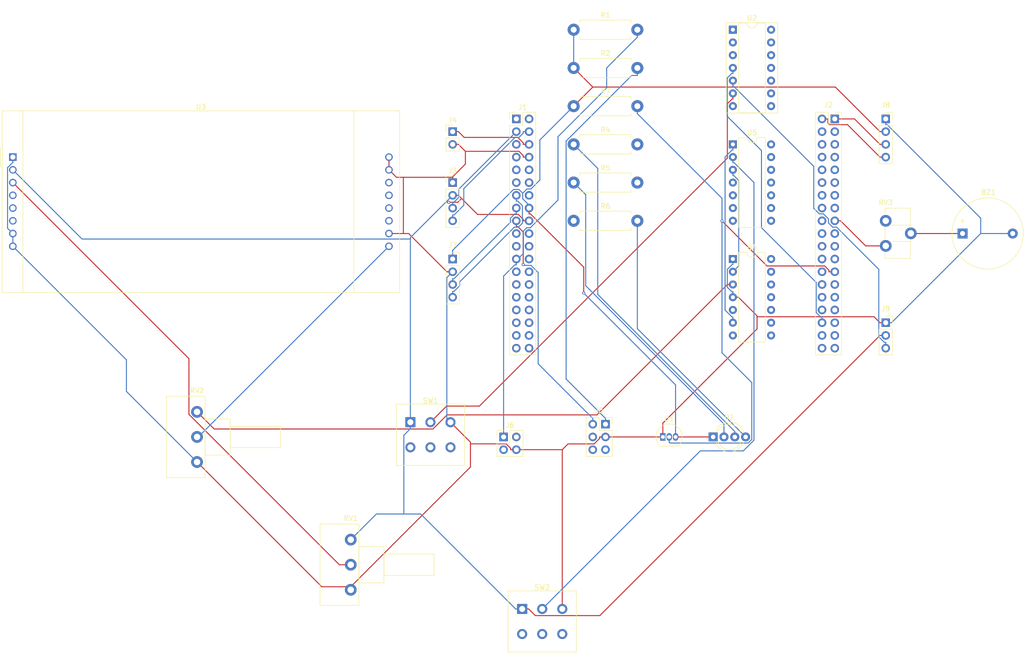
<source format=kicad_pcb>
(kicad_pcb (version 20240108) (generator "pcbnew") (generator_version "8.0")
  (layers (0 "F.Cu" signal) (31 "B.Cu" signal) (34 "B.Paste" user) (35 "F.Paste" user) (36 "B.SilkS" user "B.Silkscreen") (37 "F.SilkS" user "F.Silkscreen") (38 "B.Mask" user) (39 "F.Mask" user) (44 "Edge.Cuts" user))
  (net 0 "")
  (net 4 "GND")
  (net 12 "LED_CZERWONY")
  (net 17 "LCD_D5")
  (net 20 "Net-(BZ1-+)")
  (net 25 "C{slash}F")
  (net 26 "3V3")
  (net 32 "Net-(D1-RK)")
  (net 34 "Net-(D1-BK)")
  (net 38 "Net-(D1-GK)")
  (net 39 "LCD_D4")
  (net 40 "SCL_1")
  (net 42 "LCD_D6")
  (net 43 "LCD_RS")
  (net 50 "SDA_1")
  (net 58 "LCD_D7")
  (net 60 "LCD_ENABLE")
  (net 66 "GAS_TRIG")
  (net 71 "PMS_TX")
  (net 72 "PMS_RX")
  (net 73 "RES_NRST")
  (net 77 "Net-(J5-Pin_1)")
  (net 80 "BUZZER+")
  (net 81 "ONE_WIRE")
  (net 82 "SCL_2")
  (net 83 "SDA_2")
  (net 84 "LED_ZIELONY")
  (net 85 "LED_CZEROWNY")
  (net 86 "LED_NIEBIESKI")
  (net 87 "Net-(J9-Pin_3)")
  (net 88 "Net-(SW1-B)")
  (net 89 "Net-(U3-VO)")
  (net 90 "Net-(U3-K)")
  (net 91 "Net-(RV2-Pad3)")
  (net 92 "Net-(SW2-B)")
  (net 93 "Net-(U4-Pad2)")
  (net 94 "BRIGHT_COMP_OUT")
  (net 95 "5V")
  (net 96 "+5V")
  (net 98 "Net-(U4-Pad6)")
  (net 99 "VCC")
  (footprint "Connector_PinHeader_2.54mm:PinHeader_1x04_P2.54mm_Vertical" (layer "F.Cu") (at 139.7 63.5)
    (property "Reference" "J3")
    (property "Value" "PMS7003")
  )
  (footprint "Connector_PinSocket_2.54mm:PinSocket_2x03_P2.54mm_Vertical" (layer "F.Cu") (at 170.18 111.68)
    (property "Reference" "J5")
    (property "Value" "CELSIUS_FAHRENEIT_SWITCH")
  )
  (footprint "Resistor_THT:R_Axial_DIN0411_L9.9mm_D3.6mm_P12.70mm_Horizontal" (layer "F.Cu") (at 163.83 63.5)
    (property "Reference" "R5")
    (property "Value" "460")
  )
  (footprint "Display:NHD-0420H1Z" (layer "F.Cu") (at 52 58.42)
    (property "Reference" "U3")
    (property "Value" "HD44780")
  )
  (footprint "Package_DIP:DIP-14_W7.62mm" (layer "F.Cu") (at 195.58 55.88)
    (property "Reference" "U5")
    (property "Value" "4071")
  )
  (footprint "Connector_PinSocket_2.54mm:PinSocket_1x03_P2.54mm_Vertical" (layer "F.Cu") (at 226.06 91.44)
    (property "Reference" "J9")
    (property "Value" "MQ-2")
  )
  (footprint "Potentiometer_THT:Potentiometer_Piher_T-16H_Single_Horizontal" (layer "F.Cu") (at 88.73 119.22)
    (property "Reference" "RV2")
    (property "Value" "100k")
  )
  (footprint "Package_TO_SOT_THT:TO-92_Inline" (layer "F.Cu") (at 181.61 114.22)
    (property "Reference" "U1")
    (property "Value" "DS18B20")
  )
  (footprint "Buzzer_Beeper:Buzzer_D14mm_H7mm_P10mm" (layer "F.Cu") (at 241.38 73.66)
    (property "Reference" "BZ1")
    (property "Value" "Buzzer")
  )
  (footprint "Resistor_THT:R_Axial_DIN0411_L9.9mm_D3.6mm_P12.70mm_Horizontal" (layer "F.Cu") (at 163.83 55.88)
    (property "Reference" "R4")
    (property "Value" "460")
  )
  (footprint "Package_DIP:DIP-14_W7.62mm_Socket" (layer "F.Cu") (at 195.58 33.015)
    (property "Reference" "U2")
    (property "Value" "4081")
  )
  (footprint "Connector_PinHeader_2.54mm:PinHeader_2x02_P2.54mm_Vertical" (layer "F.Cu") (at 149.86 114.22)
    (property "Reference" "J6")
    (property "Value" "RESET_TACT_SWITCH")
  )
  (footprint "Connector_PinHeader_2.54mm:PinHeader_1x02_P2.54mm_Vertical" (layer "F.Cu") (at 139.7 53.34)
    (property "Reference" "J4")
    (property "Value" "złącze zasilania")
  )
  (footprint "Resistor_THT:R_Axial_DIN0411_L9.9mm_D3.6mm_P12.70mm_Horizontal" (layer "F.Cu") (at 163.83 33.02)
    (property "Reference" "R1")
    (property "Value" "47k")
  )
  (footprint "Resistor_THT:R_Axial_DIN0411_L9.9mm_D3.6mm_P12.70mm_Horizontal" (layer "F.Cu") (at 163.83 48.26)
    (property "Reference" "R7")
    (property "Value" "4k7")
  )
  (footprint "Connector_PinSocket_2.54mm:PinSocket_1x04_P2.54mm_Vertical" (layer "F.Cu") (at 139.7 78.74)
    (property "Reference" "J7")
    (property "Value" "LPS25HB")
  )
  (footprint "Connector_PinSocket_2.54mm:PinSocket_2x19_P2.54mm_Vertical" (layer "F.Cu") (at 215.9 50.8)
    (property "Reference" "J2")
    (property "Value" "ST_MORPHO_PRAWA")
  )
  (footprint "Resistor_THT:R_Axial_DIN0411_L9.9mm_D3.6mm_P12.70mm_Horizontal" (layer "F.Cu") (at 163.83 71.12)
    (property "Reference" "R6")
    (property "Value" "460")
  )
  (footprint "Resistor_THT:R_Axial_DIN0411_L9.9mm_D3.6mm_P12.70mm_Horizontal" (layer "F.Cu") (at 163.83 40.64)
    (property "Reference" "R2")
    (property "Value" "47k")
  )
  (footprint "Potentiometer_THT:Potentiometer_Piher_T-16H_Single_Horizontal" (layer "F.Cu") (at 119.38 144.7)
    (property "Reference" "RV1")
    (property "Value" "100k")
  )
  (footprint "Button_Switch_THT:SW_PUSH_E-Switch_FS5700DP_DPDT" (layer "F.Cu") (at 131.27 111.285)
    (property "Reference" "SW1")
    (property "Value" "SW_SPDT")
  )
  (footprint "Connector_PinSocket_2.54mm:PinSocket_1x04_P2.54mm_Vertical" (layer "F.Cu") (at 226.06 50.8)
    (property "Reference" "J8")
    (property "Value" "SHT35")
  )
  (footprint "Package_DIP:DIP-14_W7.62mm" (layer "F.Cu") (at 195.58 78.74)
    (property "Reference" "U4")
    (property "Value" "74AHCT125")
  )
  (footprint "Connector_PinHeader_2.54mm:PinHeader_2x19_P2.54mm_Vertical" (layer "F.Cu") (at 152.4 50.8)
    (property "Reference" "J1")
    (property "Value" "ST_MORPHO_LEWA")
  )
  (footprint "LED_THT:LED_D5.0mm-4_RGB_Wide_Pins" (layer "F.Cu") (at 191.643 114.22)
    (property "Reference" "D1")
    (property "Value" "DIODA_STATUSU")
  )
  (footprint "Button_Switch_THT:SW_PUSH_E-Switch_FS5700DP_DPDT" (layer "F.Cu") (at 153.56 148.52)
    (property "Reference" "SW2")
    (property "Value" "SW_SPDT")
  )
  (footprint "Potentiometer_THT:Potentiometer_ACP_CA9-H5_Horizontal" (layer "F.Cu") (at 226.06 71.12)
    (property "Reference" "RV3")
    (property "Value" "200")
  )
  (segment (start 152.4 116.76) (end 161.56 116.76) (width 0.2) (layer "F.Cu") (net 4))
  (segment (start 151.248 116.76) (end 152.4 116.76) (width 0.2) (layer "F.Cu") (net 4))
  (segment (start 130.928 73.66) (end 129.875 73.66) (width 0.2) (layer "F.Cu") (net 4))
  (segment (start 153.788 58.42) (end 153.788 58.132) (width 0.2) (layer "F.Cu") (net 4))
  (segment (start 139.7 62.4498) (end 129.875 62.4498) (width 0.2) (layer "F.Cu") (net 4))
  (segment (start 152.925 57.2683) (end 142.24 57.2683) (width 0.2) (layer "F.Cu") (net 4))
  (segment (start 139.7 81.28) (end 138.548 81.28) (width 0.2) (layer "F.Cu") (net 4))
  (segment (start 129.875 73.66) (end 129.875 62.4498) (width 0.2) (layer "F.Cu") (net 4))
  (segment (start 129.875 73.66) (end 127 73.66) (width 0.2) (layer "F.Cu") (net 4))
  (segment (start 181.61 114.22) (end 170.18 114.22) (width 0.2) (layer "F.Cu") (net 4))
  (segment (start 200.405 90.2532) (end 200.405 90.0837) (width 0.2) (layer "F.Cu") (net 4))
  (segment (start 113.6 144.09) (end 88.73 119.22) (width 0.2) (layer "F.Cu") (net 4))
  (segment (start 142.24 57.2683) (end 140.852 55.88) (width 0.2) (layer "F.Cu") (net 4))
  (segment (start 154.94 58.42) (end 153.788 58.42) (width 0.2) (layer "F.Cu") (net 4))
  (segment (start 150.354 115.597) (end 151.248 116.492) (width 0.2) (layer "F.Cu") (net 4))
  (segment (start 169.028 114.488) (end 167.908 115.608) (width 0.2) (layer "F.Cu") (net 4))
  (segment (start 161.56 116.76) (end 161.56 148.52) (width 0.2) (layer "F.Cu") (net 4))
  (segment (start 226.06 91.44) (end 224.908 91.44) (width 0.2) (layer "F.Cu") (net 4))
  (segment (start 127 60.96) (end 127 58.42) (width 0.2) (layer "F.Cu") (net 4))
  (segment (start 169.028 114.22) (end 169.028 114.488) (width 0.2) (layer "F.Cu") (net 4))
  (segment (start 143.249 115.597) (end 150.354 115.597) (width 0.2) (layer "F.Cu") (net 4))
  (segment (start 200.405 90.0837) (end 196.682 86.36) (width 0.2) (layer "F.Cu") (net 4))
  (segment (start 143.249 115.597) (end 143.249 120.221) (width 0.2) (layer "F.Cu") (net 4))
  (segment (start 200.405 92.6787) (end 200.405 90.2532) (width 0.2) (layer "F.Cu") (net 4))
  (segment (start 139.7 63.5) (end 139.7 62.4498) (width 0.2) (layer "F.Cu") (net 4))
  (segment (start 138.548 81.28) (end 130.928 73.66) (width 0.2) (layer "F.Cu") (net 4))
  (segment (start 129.875 62.4498) (end 128.49 62.4498) (width 0.2) (layer "F.Cu") (net 4))
  (segment (start 128.49 62.4498) (end 127 60.96) (width 0.2) (layer "F.Cu") (net 4))
  (segment (start 224.908 91.44) (end 223.722 90.2532) (width 0.2) (layer "F.Cu") (net 4))
  (segment (start 170.18 114.22) (end 169.028 114.22) (width 0.2) (layer "F.Cu") (net 4))
  (segment (start 181.61 114.22) (end 181.61 111.474) (width 0.2) (layer "F.Cu") (net 4))
  (segment (start 139.7 62.3483) (end 142.24 59.8083) (width 0.2) (layer "F.Cu") (net 4))
  (segment (start 119.38 144.7) (end 119.38 144.09) (width 0.2) (layer "F.Cu") (net 4))
  (segment (start 139.7 62.4498) (end 139.7 62.3483) (width 0.2) (layer "F.Cu") (net 4))
  (segment (start 196.682 86.36) (end 195.58 86.36) (width 0.2) (layer "F.Cu") (net 4))
  (segment (start 162.712 115.608) (end 161.56 116.76) (width 0.2) (layer "F.Cu") (net 4))
  (segment (start 181.61 111.474) (end 200.405 92.6787) (width 0.2) (layer "F.Cu") (net 4))
  (segment (start 143.249 120.221) (end 119.38 144.09) (width 0.2) (layer "F.Cu") (net 4))
  (segment (start 143.249 115.264) (end 143.249 115.597) (width 0.2) (layer "F.Cu") (net 4))
  (segment (start 119.38 144.09) (end 113.6 144.09) (width 0.2) (layer "F.Cu") (net 4))
  (segment (start 140.852 55.88) (end 139.7 55.88) (width 0.2) (layer "F.Cu") (net 4))
  (segment (start 139.27 111.285) (end 143.249 115.264) (width 0.2) (layer "F.Cu") (net 4))
  (segment (start 142.24 59.8083) (end 142.24 57.2683) (width 0.2) (layer "F.Cu") (net 4))
  (segment (start 167.908 115.608) (end 162.712 115.608) (width 0.2) (layer "F.Cu") (net 4))
  (segment (start 223.722 90.2532) (end 200.405 90.2532) (width 0.2) (layer "F.Cu") (net 4))
  (segment (start 151.248 116.492) (end 151.248 116.76) (width 0.2) (layer "F.Cu") (net 4))
  (segment (start 153.788 58.132) (end 152.925 57.2683) (width 0.2) (layer "F.Cu") (net 4))
  (segment (start 226.06 50.8) (end 226.06 51.9517) (width 0.2) (layer "B.Cu") (net 4))
  (segment (start 195.442 79.8417) (end 195.58 79.8417) (width 0.2) (layer "B.Cu") (net 4))
  (segment (start 74.6476 98.8476) (end 74.6476 105.138) (width 0.2) (layer "B.Cu") (net 4))
  (segment (start 226.06 51.9517) (end 226.348 51.9517) (width 0.2) (layer "B.Cu") (net 4))
  (segment (start 194.475 80.8093) (end 195.442 79.8417) (width 0.2) (layer "B.Cu") (net 4))
  (segment (start 244.992 73.66) (end 251.38 73.66) (width 0.2) (layer "B.Cu") (net 4))
  (segment (start 195.58 79.8417) (end 195.58 78.74) (width 0.2) (layer "B.Cu") (net 4))
  (segment (start 244.992 70.5955) (end 244.992 73.66) (width 0.2) (layer "B.Cu") (net 4))
  (segment (start 50.9483 60.5234) (end 52 59.4717) (width 0.2) (layer "B.Cu") (net 4))
  (segment (start 226.06 91.44) (end 227.212 91.44) (width 0.2) (layer "B.Cu") (net 4))
  (segment (start 139.7 81.28) (end 138.538 82.4421) (width 0.2) (layer "B.Cu") (net 4))
  (segment (start 195.352 85.2583) (end 194.475 84.3813) (width 0.2) (layer "B.Cu") (net 4))
  (segment (start 74.6476 105.138) (end 88.73 119.22) (width 0.2) (layer "B.Cu") (net 4))
  (segment (start 52 76.2) (end 74.6476 98.8476) (width 0.2) (layer "B.Cu") (net 4))
  (segment (start 138.538 110.553) (end 139.27 111.285) (width 0.2) (layer "B.Cu") (net 4))
  (segment (start 52 73.66) (end 50.9483 72.6083) (width 0.2) (layer "B.Cu") (net 4))
  (segment (start 138.538 82.4421) (end 138.538 110.553) (width 0.2) (layer "B.Cu") (net 4))
  (segment (start 195.58 85.2583) (end 195.352 85.2583) (width 0.2) (layer "B.Cu") (net 4))
  (segment (start 52 59.4717) (end 52 58.42) (width 0.2) (layer "B.Cu") (net 4))
  (segment (start 50.9483 72.6083) (end 50.9483 60.5234) (width 0.2) (layer "B.Cu") (net 4))
  (segment (start 195.58 86.36) (end 195.58 85.2583) (width 0.2) (layer "B.Cu") (net 4))
  (segment (start 226.348 51.9517) (end 244.992 70.5955) (width 0.2) (layer "B.Cu") (net 4))
  (segment (start 52 76.2) (end 52 73.66) (width 0.2) (layer "B.Cu") (net 4))
  (segment (start 227.212 91.44) (end 244.992 73.66) (width 0.2) (layer "B.Cu") (net 4))
  (segment (start 194.475 84.3813) (end 194.475 80.8093) (width 0.2) (layer "B.Cu") (net 4))
  (segment (start 231.1 73.66) (end 231.06 73.62) (width 0.2) (layer "F.Cu") (net 20))
  (segment (start 241.38 73.66) (end 231.1 73.66) (width 0.2) (layer "F.Cu") (net 20))
  (segment (start 152.4 71.12) (end 152.4 72.2717) (width 0.2) (layer "F.Cu") (net 25))
  (segment (start 152.4 72.2717) (end 152.688 72.2717) (width 0.2) (layer "F.Cu") (net 25))
  (segment (start 152.688 72.2717) (end 153.775 73.3584) (width 0.2) (layer "F.Cu") (net 25))
  (segment (start 153.775 73.3584) (end 153.775 79.8507) (width 0.2) (layer "F.Cu") (net 25))
  (via (at 153.775 79.8507) (size 0.6) (drill 0.3) (layers "F.Cu" "B.Cu") (net 25))
  (segment (start 156.756 81.4423) (end 155.324 80.01) (width 0.2) (layer "B.Cu") (net 25))
  (segment (start 167.64 110.528) (end 156.756 99.6443) (width 0.2) (layer "B.Cu") (net 25))
  (segment (start 167.64 111.68) (end 167.64 110.528) (width 0.2) (layer "B.Cu") (net 25))
  (segment (start 156.756 99.6443) (end 156.756 81.4423) (width 0.2) (layer "B.Cu") (net 25))
  (segment (start 155.324 80.01) (end 153.934 80.01) (width 0.2) (layer "B.Cu") (net 25))
  (segment (start 153.934 80.01) (end 153.775 79.8507) (width 0.2) (layer "B.Cu") (net 25))
  (segment (start 155.208 69.7317) (end 165.832 80.3548) (width 0.2) (layer "F.Cu") (net 26))
  (segment (start 167.635 44.445) (end 163.83 40.64) (width 0.2) (layer "F.Cu") (net 26))
  (segment (start 224.908 53.34) (end 226.06 53.34) (width 0.2) (layer "F.Cu") (net 26))
  (segment (start 167.635 44.455) (end 167.635 44.445) (width 0.2) (layer "F.Cu") (net 26))
  (segment (start 191.643 114.22) (end 184.15 114.22) (width 0.2) (layer "F.Cu") (net 26))
  (segment (start 216.023 44.455) (end 224.908 53.34) (width 0.2) (layer "F.Cu") (net 26))
  (segment (start 165.832 80.3548) (end 165.832 85.5248) (width 0.2) (layer "F.Cu") (net 26))
  (segment (start 163.83 48.26) (end 167.635 44.455) (width 0.2) (layer "F.Cu") (net 26))
  (segment (start 167.635 44.455) (end 216.023 44.455) (width 0.2) (layer "F.Cu") (net 26))
  (segment (start 154.94 69.7317) (end 155.208 69.7317) (width 0.2) (layer "F.Cu") (net 26))
  (segment (start 154.94 68.58) (end 154.94 69.7317) (width 0.2) (layer "F.Cu") (net 26))
  (via (at 165.832 85.5248) (size 0.6) (drill 0.3) (layers "F.Cu" "B.Cu") (net 26))
  (segment (start 154.94 68.0041) (end 153.67 66.7341) (width 0.2) (layer "B.Cu") (net 26))
  (segment (start 151.833 64.8765) (end 139.7 77.0097) (width 0.2) (layer "B.Cu") (net 26))
  (segment (start 155.318 64.77) (end 154.522 64.77) (width 0.2) (layer "B.Cu") (net 26))
  (segment (start 163.83 48.26) (end 157.087 55.0027) (width 0.2) (layer "B.Cu") (net 26))
  (segment (start 139.7 77.0097) (end 139.7 78.74) (width 0.2) (layer "B.Cu") (net 26))
  (segment (start 163.83 40.64) (end 163.83 33.02) (width 0.2) (layer "B.Cu") (net 26))
  (segment (start 157.087 55.0027) (end 157.087 63.0009) (width 0.2) (layer "B.Cu") (net 26))
  (segment (start 157.087 63.0009) (end 155.318 64.77) (width 0.2) (layer "B.Cu") (net 26))
  (segment (start 152.925 64.8765) (end 151.833 64.8765) (width 0.2) (layer "B.Cu") (net 26))
  (segment (start 153.67 65.6217) (end 152.925 64.8765) (width 0.2) (layer "B.Cu") (net 26))
  (segment (start 184.15 114.22) (end 184.15 103.843) (width 0.2) (layer "B.Cu") (net 26))
  (segment (start 153.67 66.7341) (end 153.67 65.6217) (width 0.2) (layer "B.Cu") (net 26))
  (segment (start 154.522 64.77) (end 153.67 65.6217) (width 0.2) (layer "B.Cu") (net 26))
  (segment (start 154.94 68.58) (end 154.94 68.0041) (width 0.2) (layer "B.Cu") (net 26))
  (segment (start 184.15 103.843) (end 165.832 85.5248) (width 0.2) (layer "B.Cu") (net 26))
  (segment (start 166.229 84.0615) (end 166.229 65.899) (width 0.2) (layer "B.Cu") (net 32))
  (segment (start 193.802 111.634) (end 166.229 84.0615) (width 0.2) (layer "B.Cu") (net 32))
  (segment (start 166.229 65.899) (end 163.83 63.5) (width 0.2) (layer "B.Cu") (net 32))
  (segment (start 193.802 114.22) (end 193.802 111.634) (width 0.2) (layer "B.Cu") (net 32))
  (segment (start 176.53 92.63) (end 176.53 71.12) (width 0.2) (layer "B.Cu") (net 34))
  (segment (start 198.12 114.22) (end 176.53 92.63) (width 0.2) (layer "B.Cu") (net 34))
  (segment (start 195.961 113.127) (end 168.63 85.7964) (width 0.2) (layer "B.Cu") (net 38))
  (segment (start 168.63 60.68) (end 163.83 55.88) (width 0.2) (layer "B.Cu") (net 38))
  (segment (start 168.63 85.7964) (end 168.63 60.68) (width 0.2) (layer "B.Cu") (net 38))
  (segment (start 195.961 114.22) (end 195.961 113.127) (width 0.2) (layer "B.Cu") (net 38))
  (segment (start 139.7 85.2083) (end 139.968 85.2083) (width 0.2) (layer "B.Cu") (net 40))
  (segment (start 139.968 85.2083) (end 141.09 84.087) (width 0.2) (layer "B.Cu") (net 40))
  (segment (start 152.4 67.1917) (end 152.4 66.04) (width 0.2) (layer "B.Cu") (net 40))
  (segment (start 139.7 86.36) (end 139.7 85.2083) (width 0.2) (layer "B.Cu") (net 40))
  (segment (start 152.003 72.39) (end 152.818 72.39) (width 0.2) (layer "B.Cu") (net 40))
  (segment (start 141.09 83.3034) (end 152.003 72.39) (width 0.2) (layer "B.Cu") (net 40))
  (segment (start 141.09 84.087) (end 141.09 83.3034) (width 0.2) (layer "B.Cu") (net 40))
  (segment (start 152.688 67.1917) (end 152.4 67.1917) (width 0.2) (layer "B.Cu") (net 40))
  (segment (start 153.61 71.5982) (end 153.61 68.1139) (width 0.2) (layer "B.Cu") (net 40))
  (segment (start 153.61 68.1139) (end 152.688 67.1917) (width 0.2) (layer "B.Cu") (net 40))
  (segment (start 152.818 72.39) (end 153.61 71.5982) (width 0.2) (layer "B.Cu") (net 40))
  (segment (start 139.7 82.6683) (end 139.968 82.6683) (width 0.2) (layer "B.Cu") (net 50))
  (segment (start 151.248 70.5954) (end 152.112 69.7317) (width 0.2) (layer "B.Cu") (net 50))
  (segment (start 152.4 69.7317) (end 152.4 68.58) (width 0.2) (layer "B.Cu") (net 50))
  (segment (start 139.968 82.6683) (end 151.248 71.3885) (width 0.2) (layer "B.Cu") (net 50))
  (segment (start 151.248 71.3885) (end 151.248 70.5954) (width 0.2) (layer "B.Cu") (net 50))
  (segment (start 152.112 69.7317) (end 152.4 69.7317) (width 0.2) (layer "B.Cu") (net 50))
  (segment (start 139.7 83.82) (end 139.7 82.6683) (width 0.2) (layer "B.Cu") (net 50))
  (segment (start 201.283 72.4948) (end 212.208 83.42) (width 0.2) (layer "B.Cu") (net 66))
  (segment (start 195.352 41.7367) (end 194.469 42.6194) (width 0.2) (layer "B.Cu") (net 66))
  (segment (start 195.58 41.7367) (end 195.352 41.7367) (width 0.2) (layer "B.Cu") (net 66))
  (segment (start 212.208 89.4246) (end 213.072 90.2883) (width 0.2) (layer "B.Cu") (net 66))
  (segment (start 212.208 83.42) (end 212.208 89.4246) (width 0.2) (layer "B.Cu") (net 66))
  (segment (start 213.36 90.2883) (end 213.36 91.44) (width 0.2) (layer "B.Cu") (net 66))
  (segment (start 194.469 50.3051) (end 201.283 57.1192) (width 0.2) (layer "B.Cu") (net 66))
  (segment (start 213.072 90.2883) (end 213.36 90.2883) (width 0.2) (layer "B.Cu") (net 66))
  (segment (start 195.58 40.635) (end 195.58 41.7367) (width 0.2) (layer "B.Cu") (net 66))
  (segment (start 201.283 57.1192) (end 201.283 72.4948) (width 0.2) (layer "B.Cu") (net 66))
  (segment (start 194.469 42.6194) (end 194.469 50.3051) (width 0.2) (layer "B.Cu") (net 66))
  (segment (start 139.968 69.9683) (end 141.918 68.0191) (width 0.2) (layer "B.Cu") (net 71))
  (segment (start 152.134 54.4917) (end 152.925 54.4917) (width 0.2) (layer "B.Cu") (net 71))
  (segment (start 153.788 53.628) (end 153.788 53.34) (width 0.2) (layer "B.Cu") (net 71))
  (segment (start 139.7 69.9683) (end 139.968 69.9683) (width 0.2) (layer "B.Cu") (net 71))
  (segment (start 141.918 68.0191) (end 141.918 64.7084) (width 0.2) (layer "B.Cu") (net 71))
  (segment (start 141.918 64.7084) (end 152.134 54.4917) (width 0.2) (layer "B.Cu") (net 71))
  (segment (start 139.7 71.12) (end 139.7 69.9683) (width 0.2) (layer "B.Cu") (net 71))
  (segment (start 153.788 53.34) (end 154.94 53.34) (width 0.2) (layer "B.Cu") (net 71))
  (segment (start 152.925 54.4917) (end 153.788 53.628) (width 0.2) (layer "B.Cu") (net 71))
  (segment (start 140.948 64.7915) (end 140.948 66.4203) (width 0.2) (layer "B.Cu") (net 72))
  (segment (start 152.4 53.34) (end 140.948 64.7915) (width 0.2) (layer "B.Cu") (net 72))
  (segment (start 139.94 67.4283) (end 139.7 67.4283) (width 0.2) (layer "B.Cu") (net 72))
  (segment (start 140.948 66.4203) (end 139.94 67.4283) (width 0.2) (layer "B.Cu") (net 72))
  (segment (start 139.7 67.4283) (end 139.7 68.58) (width 0.2) (layer "B.Cu") (net 72))
  (segment (start 176.53 34.5217) (end 170.41 40.6415) (width 0.2) (layer "B.Cu") (net 73))
  (segment (start 152.4 78.74) (end 152.4 79.0412) (width 0.2) (layer "B.Cu") (net 73))
  (segment (start 170.41 40.6415) (end 170.41 44.6382) (width 0.2) (layer "B.Cu") (net 73))
  (segment (start 153.788 77.6529) (end 152.4 79.0412) (width 0.2) (layer "B.Cu") (net 73))
  (segment (start 152.112 79.8917) (end 149.86 82.1438) (width 0.2) (layer "B.Cu") (net 73))
  (segment (start 152.4 79.8917) (end 152.112 79.8917) (width 0.2) (layer "B.Cu") (net 73))
  (segment (start 170.41 44.6382) (end 160.706 54.3426) (width 0.2) (layer "B.Cu") (net 73))
  (segment (start 153.788 73.1829) (end 153.788 77.6529) (width 0.2) (layer "B.Cu") (net 73))
  (segment (start 154.463 72.5083) (end 153.788 73.1829) (width 0.2) (layer "B.Cu") (net 73))
  (segment (start 155.183 72.5083) (end 154.463 72.5083) (width 0.2) (layer "B.Cu") (net 73))
  (segment (start 176.53 33.02) (end 176.53 34.5217) (width 0.2) (layer "B.Cu") (net 73))
  (segment (start 160.706 66.9852) (end 155.183 72.5083) (width 0.2) (layer "B.Cu") (net 73))
  (segment (start 160.706 54.3426) (end 160.706 66.9852) (width 0.2) (layer "B.Cu") (net 73))
  (segment (start 152.4 79.0412) (end 152.4 79.8917) (width 0.2) (layer "B.Cu") (net 73))
  (segment (start 149.86 82.1438) (end 149.86 114.22) (width 0.2) (layer "B.Cu") (net 73))
  (segment (start 176.53 42.1417) (end 176.53 40.64) (width 0.2) (layer "B.Cu") (net 77))
  (segment (start 170.18 110.528) (end 162.328 102.677) (width 0.2) (layer "B.Cu") (net 77))
  (segment (start 175.404 42.1417) (end 176.53 42.1417) (width 0.2) (layer "B.Cu") (net 77))
  (segment (start 162.328 102.677) (end 162.328 55.2171) (width 0.2) (layer "B.Cu") (net 77))
  (segment (start 170.18 111.68) (end 170.18 110.528) (width 0.2) (layer "B.Cu") (net 77))
  (segment (start 162.328 55.2171) (end 175.404 42.1417) (width 0.2) (layer "B.Cu") (net 77))
  (segment (start 222.052 76.12) (end 226.06 76.12) (width 0.2) (layer "F.Cu") (net 80))
  (segment (start 215.9 71.12) (end 217.052 71.12) (width 0.2) (layer "F.Cu") (net 80))
  (segment (start 217.052 71.12) (end 222.052 76.12) (width 0.2) (layer "F.Cu") (net 80))
  (segment (start 214.748 81.28) (end 214.748 80.992) (width 0.2) (layer "F.Cu") (net 81))
  (segment (start 215.9 81.28) (end 214.748 81.28) (width 0.2) (layer "F.Cu") (net 81))
  (segment (start 213.885 80.1283) (end 202.382 80.1283) (width 0.2) (layer "F.Cu") (net 81))
  (segment (start 202.382 80.1283) (end 193.406 71.152) (width 0.2) (layer "F.Cu") (net 81))
  (segment (start 214.748 80.992) (end 213.885 80.1283) (width 0.2) (layer "F.Cu") (net 81))
  (via (at 193.406 71.152) (size 0.6) (drill 0.3) (layers "F.Cu" "B.Cu") (net 81))
  (segment (start 199.343 103.372) (end 199.343 114.733) (width 0.2) (layer "B.Cu") (net 81))
  (segment (start 183.042 115.434) (end 182.88 115.272) (width 0.2) (layer "B.Cu") (net 81))
  (segment (start 176.53 48.26) (end 176.53 49.7617) (width 0.2) (layer "B.Cu") (net 81))
  (segment (start 199.343 114.733) (end 198.641 115.434) (width 0.2) (layer "B.Cu") (net 81))
  (segment (start 193.406 71.152) (end 193.406 97.4352) (width 0.2) (layer "B.Cu") (net 81))
  (segment (start 193.406 66.6373) (end 193.406 71.152) (width 0.2) (layer "B.Cu") (net 81))
  (segment (start 176.53 49.7617) (end 193.406 66.6373) (width 0.2) (layer "B.Cu") (net 81))
  (segment (start 182.88 115.272) (end 182.88 114.22) (width 0.2) (layer "B.Cu") (net 81))
  (segment (start 193.406 97.4352) (end 199.343 103.372) (width 0.2) (layer "B.Cu") (net 81))
  (segment (start 198.641 115.434) (end 183.042 115.434) (width 0.2) (layer "B.Cu") (net 81))
  (segment (start 214.872 51.9517) (end 214.512 51.5918) (width 0.2) (layer "F.Cu") (net 82))
  (segment (start 226.06 58.42) (end 224.908 58.42) (width 0.2) (layer "F.Cu") (net 82))
  (segment (start 218.44 51.9517) (end 214.872 51.9517) (width 0.2) (layer "F.Cu") (net 82))
  (segment (start 224.908 58.42) (end 218.44 51.9517) (width 0.2) (layer "F.Cu") (net 82))
  (segment (start 214.512 51.5918) (end 214.512 50.8) (width 0.2) (layer "F.Cu") (net 82))
  (segment (start 214.512 50.8) (end 213.36 50.8) (width 0.2) (layer "F.Cu") (net 82))
  (segment (start 226.06 55.88) (end 224.908 55.88) (width 0.2) (layer "F.Cu") (net 83))
  (segment (start 224.908 55.88) (end 219.828 50.8) (width 0.2) (layer "F.Cu") (net 83))
  (segment (start 219.828 50.8) (end 215.9 50.8) (width 0.2) (layer "F.Cu") (net 83))
  (segment (start 216.266 72.39) (end 215.482 72.39) (width 0.2) (layer "B.Cu") (net 87))
  (segment (start 212.809 69.7317) (end 211.696 68.6188) (width 0.2) (layer "B.Cu") (net 87))
  (segment (start 224.67 80.7943) (end 216.266 72.39) (width 0.2) (layer "B.Cu") (net 87))
  (segment (start 214.63 70.7259) (end 213.636 69.7317) (width 0.2) (layer "B.Cu") (net 87))
  (segment (start 214.63 71.5384) (end 214.63 70.7259) (width 0.2) (layer "B.Cu") (net 87))
  (segment (start 215.482 72.39) (end 214.63 71.5384) (width 0.2) (layer "B.Cu") (net 87))
  (segment (start 213.636 69.7317) (end 212.809 69.7317) (width 0.2) (layer "B.Cu") (net 87))
  (segment (start 225.792 95.3683) (end 224.67 94.247) (width 0.2) (layer "B.Cu") (net 87))
  (segment (start 226.06 96.52) (end 226.06 95.3683) (width 0.2) (layer "B.Cu") (net 87))
  (segment (start 224.67 94.247) (end 224.67 80.7943) (width 0.2) (layer "B.Cu") (net 87))
  (segment (start 195.718 44.2767) (end 195.58 44.2767) (width 0.2) (layer "B.Cu") (net 87))
  (segment (start 211.696 68.6188) (end 211.696 60.2555) (width 0.2) (layer "B.Cu") (net 87))
  (segment (start 211.696 60.2555) (end 195.718 44.2767) (width 0.2) (layer "B.Cu") (net 87))
  (segment (start 195.58 44.2767) (end 195.58 43.175) (width 0.2) (layer "B.Cu") (net 87))
  (segment (start 226.06 95.3683) (end 225.792 95.3683) (width 0.2) (layer "B.Cu") (net 87))
  (segment (start 195.58 46.8167) (end 195.442 46.8167) (width 0.2) (layer "F.Cu") (net 88))
  (segment (start 138.484 108.071) (end 135.27 111.285) (width 0.2) (layer "F.Cu") (net 88))
  (segment (start 194.478 47.7806) (end 194.478 58.6237) (width 0.2) (layer "F.Cu") (net 88))
  (segment (start 145.031 108.071) (end 138.484 108.071) (width 0.2) (layer "F.Cu") (net 88))
  (segment (start 195.58 45.715) (end 195.58 46.8167) (width 0.2) (layer "F.Cu") (net 88))
  (segment (start 195.442 46.8167) (end 194.478 47.7806) (width 0.2) (layer "F.Cu") (net 88))
  (segment (start 194.478 58.6237) (end 145.031 108.071) (width 0.2) (layer "F.Cu") (net 88))
  (segment (start 52 63.5) (end 87.1137 98.6137) (width 0.2) (layer "F.Cu") (net 89))
  (segment (start 87.1137 98.6137) (end 87.1137 109.713) (width 0.2) (layer "F.Cu") (net 89))
  (segment (start 117.101 139.7) (end 119.38 139.7) (width 0.2) (layer "F.Cu") (net 89))
  (segment (start 87.1137 109.713) (end 117.101 139.7) (width 0.2) (layer "F.Cu") (net 89))
  (segment (start 88.98 114.22) (end 88.73 114.22) (width 0.2) (layer "B.Cu") (net 90))
  (segment (start 127 76.2) (end 88.98 114.22) (width 0.2) (layer "B.Cu") (net 90))
  (segment (start 168.478 109.82) (end 138.587 109.82) (width 0.2) (layer "F.Cu") (net 91))
  (segment (start 92.1463 112.636) (end 88.73 109.22) (width 0.2) (layer "F.Cu") (net 91))
  (segment (start 138.587 109.82) (end 135.77 112.636) (width 0.2) (layer "F.Cu") (net 91))
  (segment (start 194.478 83.82) (end 168.478 109.82) (width 0.2) (layer "F.Cu") (net 91))
  (segment (start 135.77 112.636) (end 92.1463 112.636) (width 0.2) (layer "F.Cu") (net 91))
  (segment (start 195.58 83.82) (end 194.478 83.82) (width 0.2) (layer "F.Cu") (net 91))
  (segment (start 199.783 114.873) (end 197.661 116.995) (width 0.2) (layer "B.Cu") (net 92))
  (segment (start 195.58 59.5217) (end 195.808 59.5217) (width 0.2) (layer "B.Cu") (net 92))
  (segment (start 195.58 58.42) (end 195.58 59.5217) (width 0.2) (layer "B.Cu") (net 92))
  (segment (start 189.085 116.995) (end 157.56 148.52) (width 0.2) (layer "B.Cu") (net 92))
  (segment (start 195.808 59.5217) (end 199.783 63.4965) (width 0.2) (layer "B.Cu") (net 92))
  (segment (start 199.783 63.4965) (end 199.783 114.873) (width 0.2) (layer "B.Cu") (net 92))
  (segment (start 197.661 116.995) (end 189.085 116.995) (width 0.2) (layer "B.Cu") (net 92))
  (segment (start 196.742 80.1181) (end 195.58 81.28) (width 0.2) (layer "B.Cu") (net 93))
  (segment (start 195.58 60.96) (end 195.58 62.0617) (width 0.2) (layer "B.Cu") (net 93))
  (segment (start 196.742 63.0859) (end 196.742 80.1181) (width 0.2) (layer "B.Cu") (net 93))
  (segment (start 195.58 62.0617) (end 195.718 62.0617) (width 0.2) (layer "B.Cu") (net 93))
  (segment (start 195.718 62.0617) (end 196.742 63.0859) (width 0.2) (layer "B.Cu") (net 93))
  (segment (start 224.908 93.98) (end 169.04 149.848) (width 0.2) (layer "F.Cu") (net 95))
  (segment (start 140.852 66.04) (end 139.7 66.04) (width 0.2) (layer "F.Cu") (net 95))
  (segment (start 144.662 69.85) (end 141.4861 66.6741) (width 0.2) (layer "F.Cu") (net 95))
  (segment (start 154.862 148.52) (end 153.56 148.52) (width 0.2) (layer "F.Cu") (net 95))
  (segment (start 140.7319 67.4283) (end 141.4861 66.6741) (width 0.2) (layer "F.Cu") (net 95))
  (segment (start 154.94 71.12) (end 153.788 71.12) (width 0.2) (layer "F.Cu") (net 95))
  (segment (start 153.788 71.12) (end 153.788 70.8515) (width 0.2) (layer "F.Cu") (net 95))
  (segment (start 141.4861 66.6741) (end 140.852 66.04) (width 0.2) (layer "F.Cu") (net 95))
  (segment (start 156.19 149.848) (end 154.862 148.52) (width 0.2) (layer "F.Cu") (net 95))
  (segment (start 169.04 149.848) (end 156.19 149.848) (width 0.2) (layer "F.Cu") (net 95))
  (segment (start 152.787 69.85) (end 144.662 69.85) (width 0.2) (layer "F.Cu") (net 95))
  (segment (start 226.06 93.98) (end 224.908 93.98) (width 0.2) (layer "F.Cu") (net 95))
  (segment (start 153.788 70.8515) (end 152.787 69.85) (width 0.2) (layer "F.Cu") (net 95))
  (segment (start 138.909 67.4283) (end 140.7319 67.4283) (width 0.2) (layer "F.Cu") (net 95))
  (via (at 138.909 67.4283) (size 0.6) (drill 0.3) (layers "F.Cu" "B.Cu") (net 95))
  (segment (start 129.964 113.893) (end 129.964 129.588) (width 0.2) (layer "B.Cu") (net 95))
  (segment (start 131.27 111.285) (end 131.27 112.587) (width 0.2) (layer "B.Cu") (net 95))
  (segment (start 65.7975 74.7575) (end 52 60.96) (width 0.2) (layer "B.Cu") (net 95))
  (segment (start 139.7 66.04) (end 138.3109 67.4291) (width 0.2) (layer "B.Cu") (net 95))
  (segment (start 131.27 74.47) (end 131.27 74.7575) (width 0.2) (layer "B.Cu") (net 95))
  (segment (start 133.327 129.588) (end 152.258 148.52) (width 0.2) (layer "B.Cu") (net 95))
  (segment (start 129.964 129.588) (end 133.327 129.588) (width 0.2) (layer "B.Cu") (net 95))
  (segment (start 138.9082 67.4291) (end 138.909 67.4283) (width 0.2) (layer "B.Cu") (net 95))
  (segment (start 119.38 134.7) (end 124.492 129.588) (width 0.2) (layer "B.Cu") (net 95))
  (segment (start 138.3109 67.4291) (end 131.27 74.47) (width 0.2) (layer "B.Cu") (net 95))
  (segment (start 131.27 74.7575) (end 65.7975 74.7575) (width 0.2) (layer "B.Cu") (net 95))
  (segment (start 152.258 148.52) (end 153.56 148.52) (width 0.2) (layer "B.Cu") (net 95))
  (segment (start 131.27 112.587) (end 129.964 113.893) (width 0.2) (layer "B.Cu") (net 95))
  (segment (start 138.3109 67.4291) (end 138.9082 67.4291) (width 0.2) (layer "B.Cu") (net 95))
  (segment (start 131.27 74.7575) (end 131.27 111.285) (width 0.2) (layer "B.Cu") (net 95))
  (segment (start 124.492 129.588) (end 129.964 129.588) (width 0.2) (layer "B.Cu") (net 95))
  (segment (start 142.003 54.4917) (end 152.688 54.4917) (width 0.2) (layer "F.Cu") (net 96))
  (segment (start 153.788 55.88) (end 154.94 55.88) (width 0.2) (layer "F.Cu") (net 96))
  (segment (start 152.688 54.4917) (end 153.788 55.592) (width 0.2) (layer "F.Cu") (net 96))
  (segment (start 139.7 53.34) (end 140.852 53.34) (width 0.2) (layer "F.Cu") (net 96))
  (segment (start 140.852 53.34) (end 142.003 54.4917) (width 0.2) (layer "F.Cu") (net 96))
  (segment (start 153.788 55.592) (end 153.788 55.88) (width 0.2) (layer "F.Cu") (net 96))
  (segment (start 194.028 58.3962) (end 194.028 88.9238) (width 0.2) (layer "B.Cu") (net 98))
  (segment (start 195.58 55.88) (end 195.58 56.9817) (width 0.2) (layer "B.Cu") (net 98))
  (segment (start 195.58 56.9817) (end 195.442 56.9817) (width 0.2) (layer "B.Cu") (net 98))
  (segment (start 195.442 90.3383) (end 195.58 90.3383) (width 0.2) (layer "B.Cu") (net 98))
  (segment (start 195.58 90.3383) (end 195.58 91.44) (width 0.2) (layer "B.Cu") (net 98))
  (segment (start 195.442 56.9817) (end 194.028 58.3962) (width 0.2) (layer "B.Cu") (net 98))
  (segment (start 194.028 88.9238) (end 195.442 90.3383) (width 0.2) (layer "B.Cu") (net 98))
)
</source>
